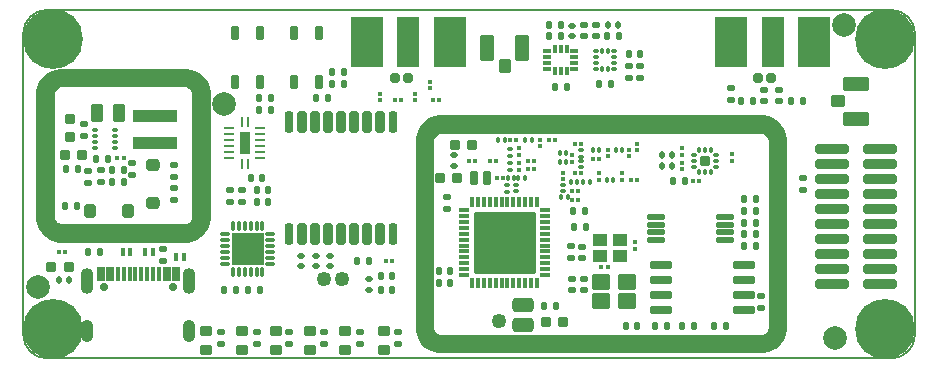
<source format=gts>
G04*
G04 #@! TF.GenerationSoftware,Altium Limited,Altium Designer,23.0.1 (38)*
G04*
G04 Layer_Color=8388736*
%FSLAX25Y25*%
%MOIN*%
G70*
G04*
G04 #@! TF.SameCoordinates,19342238-8E0C-4B0D-84B5-E67248FCF62E*
G04*
G04*
G04 #@! TF.FilePolarity,Negative*
G04*
G01*
G75*
%ADD12C,0.00600*%
G04:AMPARAMS|DCode=68|XSize=42.37mil|YSize=44.34mil|CornerRadius=5.44mil|HoleSize=0mil|Usage=FLASHONLY|Rotation=270.000|XOffset=0mil|YOffset=0mil|HoleType=Round|Shape=RoundedRectangle|*
%AMROUNDEDRECTD68*
21,1,0.04237,0.03347,0,0,270.0*
21,1,0.03150,0.04434,0,0,270.0*
1,1,0.01087,-0.01673,-0.01575*
1,1,0.01087,-0.01673,0.01575*
1,1,0.01087,0.01673,0.01575*
1,1,0.01087,0.01673,-0.01575*
%
%ADD68ROUNDEDRECTD68*%
G04:AMPARAMS|DCode=69|XSize=44.34mil|YSize=89.61mil|CornerRadius=5.63mil|HoleSize=0mil|Usage=FLASHONLY|Rotation=270.000|XOffset=0mil|YOffset=0mil|HoleType=Round|Shape=RoundedRectangle|*
%AMROUNDEDRECTD69*
21,1,0.04434,0.07835,0,0,270.0*
21,1,0.03307,0.08961,0,0,270.0*
1,1,0.01127,-0.03917,-0.01654*
1,1,0.01127,-0.03917,0.01654*
1,1,0.01127,0.03917,0.01654*
1,1,0.01127,0.03917,-0.01654*
%
%ADD69ROUNDEDRECTD69*%
G04:AMPARAMS|DCode=70|XSize=26.38mil|YSize=22.44mil|CornerRadius=6.3mil|HoleSize=0mil|Usage=FLASHONLY|Rotation=90.000|XOffset=0mil|YOffset=0mil|HoleType=Round|Shape=RoundedRectangle|*
%AMROUNDEDRECTD70*
21,1,0.02638,0.00984,0,0,90.0*
21,1,0.01378,0.02244,0,0,90.0*
1,1,0.01260,0.00492,0.00689*
1,1,0.01260,0.00492,-0.00689*
1,1,0.01260,-0.00492,-0.00689*
1,1,0.01260,-0.00492,0.00689*
%
%ADD70ROUNDEDRECTD70*%
G04:AMPARAMS|DCode=71|XSize=26.38mil|YSize=22.44mil|CornerRadius=6.3mil|HoleSize=0mil|Usage=FLASHONLY|Rotation=0.000|XOffset=0mil|YOffset=0mil|HoleType=Round|Shape=RoundedRectangle|*
%AMROUNDEDRECTD71*
21,1,0.02638,0.00984,0,0,0.0*
21,1,0.01378,0.02244,0,0,0.0*
1,1,0.01260,0.00689,-0.00492*
1,1,0.01260,-0.00689,-0.00492*
1,1,0.01260,-0.00689,0.00492*
1,1,0.01260,0.00689,0.00492*
%
%ADD71ROUNDEDRECTD71*%
G04:AMPARAMS|DCode=72|XSize=14.57mil|YSize=18.5mil|CornerRadius=4.33mil|HoleSize=0mil|Usage=FLASHONLY|Rotation=90.000|XOffset=0mil|YOffset=0mil|HoleType=Round|Shape=RoundedRectangle|*
%AMROUNDEDRECTD72*
21,1,0.01457,0.00984,0,0,90.0*
21,1,0.00591,0.01850,0,0,90.0*
1,1,0.00866,0.00492,0.00295*
1,1,0.00866,0.00492,-0.00295*
1,1,0.00866,-0.00492,-0.00295*
1,1,0.00866,-0.00492,0.00295*
%
%ADD72ROUNDEDRECTD72*%
G04:AMPARAMS|DCode=73|XSize=14.57mil|YSize=18.5mil|CornerRadius=4.33mil|HoleSize=0mil|Usage=FLASHONLY|Rotation=180.000|XOffset=0mil|YOffset=0mil|HoleType=Round|Shape=RoundedRectangle|*
%AMROUNDEDRECTD73*
21,1,0.01457,0.00984,0,0,180.0*
21,1,0.00591,0.01850,0,0,180.0*
1,1,0.00866,-0.00295,0.00492*
1,1,0.00866,0.00295,0.00492*
1,1,0.00866,0.00295,-0.00492*
1,1,0.00866,-0.00295,-0.00492*
%
%ADD73ROUNDEDRECTD73*%
G04:AMPARAMS|DCode=74|XSize=14.57mil|YSize=16.54mil|CornerRadius=4.33mil|HoleSize=0mil|Usage=FLASHONLY|Rotation=90.000|XOffset=0mil|YOffset=0mil|HoleType=Round|Shape=RoundedRectangle|*
%AMROUNDEDRECTD74*
21,1,0.01457,0.00787,0,0,90.0*
21,1,0.00591,0.01654,0,0,90.0*
1,1,0.00866,0.00394,0.00295*
1,1,0.00866,0.00394,-0.00295*
1,1,0.00866,-0.00394,-0.00295*
1,1,0.00866,-0.00394,0.00295*
%
%ADD74ROUNDEDRECTD74*%
G04:AMPARAMS|DCode=75|XSize=14.57mil|YSize=16.54mil|CornerRadius=4.33mil|HoleSize=0mil|Usage=FLASHONLY|Rotation=0.000|XOffset=0mil|YOffset=0mil|HoleType=Round|Shape=RoundedRectangle|*
%AMROUNDEDRECTD75*
21,1,0.01457,0.00787,0,0,0.0*
21,1,0.00591,0.01654,0,0,0.0*
1,1,0.00866,0.00295,-0.00394*
1,1,0.00866,-0.00295,-0.00394*
1,1,0.00866,-0.00295,0.00394*
1,1,0.00866,0.00295,0.00394*
%
%ADD75ROUNDEDRECTD75*%
G04:AMPARAMS|DCode=76|XSize=26.38mil|YSize=20.47mil|CornerRadius=5.81mil|HoleSize=0mil|Usage=FLASHONLY|Rotation=90.000|XOffset=0mil|YOffset=0mil|HoleType=Round|Shape=RoundedRectangle|*
%AMROUNDEDRECTD76*
21,1,0.02638,0.00886,0,0,90.0*
21,1,0.01476,0.02047,0,0,90.0*
1,1,0.01161,0.00443,0.00738*
1,1,0.01161,0.00443,-0.00738*
1,1,0.01161,-0.00443,-0.00738*
1,1,0.01161,-0.00443,0.00738*
%
%ADD76ROUNDEDRECTD76*%
G04:AMPARAMS|DCode=77|XSize=20.7mil|YSize=13.81mil|CornerRadius=3.95mil|HoleSize=0mil|Usage=FLASHONLY|Rotation=180.000|XOffset=0mil|YOffset=0mil|HoleType=Round|Shape=RoundedRectangle|*
%AMROUNDEDRECTD77*
21,1,0.02070,0.00591,0,0,180.0*
21,1,0.01280,0.01381,0,0,180.0*
1,1,0.00791,-0.00640,0.00295*
1,1,0.00791,0.00640,0.00295*
1,1,0.00791,0.00640,-0.00295*
1,1,0.00791,-0.00640,-0.00295*
%
%ADD77ROUNDEDRECTD77*%
G04:AMPARAMS|DCode=78|XSize=26.38mil|YSize=20.47mil|CornerRadius=5.81mil|HoleSize=0mil|Usage=FLASHONLY|Rotation=0.000|XOffset=0mil|YOffset=0mil|HoleType=Round|Shape=RoundedRectangle|*
%AMROUNDEDRECTD78*
21,1,0.02638,0.00886,0,0,0.0*
21,1,0.01476,0.02047,0,0,0.0*
1,1,0.01161,0.00738,-0.00443*
1,1,0.01161,-0.00738,-0.00443*
1,1,0.01161,-0.00738,0.00443*
1,1,0.01161,0.00738,0.00443*
%
%ADD78ROUNDEDRECTD78*%
G04:AMPARAMS|DCode=79|XSize=35.43mil|YSize=30.32mil|CornerRadius=4.13mil|HoleSize=0mil|Usage=FLASHONLY|Rotation=0.000|XOffset=0mil|YOffset=0mil|HoleType=Round|Shape=RoundedRectangle|*
%AMROUNDEDRECTD79*
21,1,0.03543,0.02205,0,0,0.0*
21,1,0.02717,0.03032,0,0,0.0*
1,1,0.00827,0.01358,-0.01102*
1,1,0.00827,-0.01358,-0.01102*
1,1,0.00827,-0.01358,0.01102*
1,1,0.00827,0.01358,0.01102*
%
%ADD79ROUNDEDRECTD79*%
%ADD80R,0.14867X0.04158*%
G04:AMPARAMS|DCode=81|XSize=59.84mil|YSize=42.13mil|CornerRadius=5.32mil|HoleSize=0mil|Usage=FLASHONLY|Rotation=90.000|XOffset=0mil|YOffset=0mil|HoleType=Round|Shape=RoundedRectangle|*
%AMROUNDEDRECTD81*
21,1,0.05984,0.03150,0,0,90.0*
21,1,0.04921,0.04213,0,0,90.0*
1,1,0.01063,0.01575,0.02461*
1,1,0.01063,0.01575,-0.02461*
1,1,0.01063,-0.01575,-0.02461*
1,1,0.01063,-0.01575,0.02461*
%
%ADD81ROUNDEDRECTD81*%
G04:AMPARAMS|DCode=82|XSize=45.52mil|YSize=39.22mil|CornerRadius=10.56mil|HoleSize=0mil|Usage=FLASHONLY|Rotation=270.000|XOffset=0mil|YOffset=0mil|HoleType=Round|Shape=RoundedRectangle|*
%AMROUNDEDRECTD82*
21,1,0.04552,0.01811,0,0,270.0*
21,1,0.02441,0.03922,0,0,270.0*
1,1,0.02111,-0.00906,-0.01221*
1,1,0.02111,-0.00906,0.01221*
1,1,0.02111,0.00906,0.01221*
1,1,0.02111,0.00906,-0.01221*
%
%ADD82ROUNDEDRECTD82*%
G04:AMPARAMS|DCode=83|XSize=35.43mil|YSize=30.32mil|CornerRadius=4.13mil|HoleSize=0mil|Usage=FLASHONLY|Rotation=90.000|XOffset=0mil|YOffset=0mil|HoleType=Round|Shape=RoundedRectangle|*
%AMROUNDEDRECTD83*
21,1,0.03543,0.02205,0,0,90.0*
21,1,0.02717,0.03032,0,0,90.0*
1,1,0.00827,0.01102,0.01358*
1,1,0.00827,0.01102,-0.01358*
1,1,0.00827,-0.01102,-0.01358*
1,1,0.00827,-0.01102,0.01358*
%
%ADD83ROUNDEDRECTD83*%
G04:AMPARAMS|DCode=84|XSize=45.52mil|YSize=39.22mil|CornerRadius=10.56mil|HoleSize=0mil|Usage=FLASHONLY|Rotation=180.000|XOffset=0mil|YOffset=0mil|HoleType=Round|Shape=RoundedRectangle|*
%AMROUNDEDRECTD84*
21,1,0.04552,0.01811,0,0,180.0*
21,1,0.02441,0.03922,0,0,180.0*
1,1,0.02111,-0.01221,0.00906*
1,1,0.02111,0.01221,0.00906*
1,1,0.02111,0.01221,-0.00906*
1,1,0.02111,-0.01221,-0.00906*
%
%ADD84ROUNDEDRECTD84*%
G04:AMPARAMS|DCode=85|XSize=24.41mil|YSize=20.47mil|CornerRadius=5.81mil|HoleSize=0mil|Usage=FLASHONLY|Rotation=90.000|XOffset=0mil|YOffset=0mil|HoleType=Round|Shape=RoundedRectangle|*
%AMROUNDEDRECTD85*
21,1,0.02441,0.00886,0,0,90.0*
21,1,0.01280,0.02047,0,0,90.0*
1,1,0.01161,0.00443,0.00640*
1,1,0.01161,0.00443,-0.00640*
1,1,0.01161,-0.00443,-0.00640*
1,1,0.01161,-0.00443,0.00640*
%
%ADD85ROUNDEDRECTD85*%
G04:AMPARAMS|DCode=86|XSize=24.65mil|YSize=44.34mil|CornerRadius=2.58mil|HoleSize=0mil|Usage=FLASHONLY|Rotation=0.000|XOffset=0mil|YOffset=0mil|HoleType=Round|Shape=RoundedRectangle|*
%AMROUNDEDRECTD86*
21,1,0.02465,0.03917,0,0,0.0*
21,1,0.01949,0.04434,0,0,0.0*
1,1,0.00517,0.00974,-0.01959*
1,1,0.00517,-0.00974,-0.01959*
1,1,0.00517,-0.00974,0.01959*
1,1,0.00517,0.00974,0.01959*
%
%ADD86ROUNDEDRECTD86*%
G04:AMPARAMS|DCode=87|XSize=24.41mil|YSize=20.47mil|CornerRadius=5.81mil|HoleSize=0mil|Usage=FLASHONLY|Rotation=180.000|XOffset=0mil|YOffset=0mil|HoleType=Round|Shape=RoundedRectangle|*
%AMROUNDEDRECTD87*
21,1,0.02441,0.00886,0,0,180.0*
21,1,0.01280,0.02047,0,0,180.0*
1,1,0.01161,-0.00640,0.00443*
1,1,0.01161,0.00640,0.00443*
1,1,0.01161,0.00640,-0.00443*
1,1,0.01161,-0.00640,-0.00443*
%
%ADD87ROUNDEDRECTD87*%
G04:AMPARAMS|DCode=88|XSize=18.14mil|YSize=15.78mil|CornerRadius=4.45mil|HoleSize=0mil|Usage=FLASHONLY|Rotation=90.000|XOffset=0mil|YOffset=0mil|HoleType=Round|Shape=RoundedRectangle|*
%AMROUNDEDRECTD88*
21,1,0.01814,0.00689,0,0,90.0*
21,1,0.00925,0.01578,0,0,90.0*
1,1,0.00889,0.00345,0.00463*
1,1,0.00889,0.00345,-0.00463*
1,1,0.00889,-0.00345,-0.00463*
1,1,0.00889,-0.00345,0.00463*
%
%ADD88ROUNDEDRECTD88*%
G04:AMPARAMS|DCode=89|XSize=18.14mil|YSize=15.78mil|CornerRadius=4.45mil|HoleSize=0mil|Usage=FLASHONLY|Rotation=0.000|XOffset=0mil|YOffset=0mil|HoleType=Round|Shape=RoundedRectangle|*
%AMROUNDEDRECTD89*
21,1,0.01814,0.00689,0,0,0.0*
21,1,0.00925,0.01578,0,0,0.0*
1,1,0.00889,0.00463,-0.00345*
1,1,0.00889,-0.00463,-0.00345*
1,1,0.00889,-0.00463,0.00345*
1,1,0.00889,0.00463,0.00345*
%
%ADD89ROUNDEDRECTD89*%
G04:AMPARAMS|DCode=90|XSize=24.64mil|YSize=15.78mil|CornerRadius=2.38mil|HoleSize=0mil|Usage=FLASHONLY|Rotation=180.000|XOffset=0mil|YOffset=0mil|HoleType=Round|Shape=RoundedRectangle|*
%AMROUNDEDRECTD90*
21,1,0.02464,0.01102,0,0,180.0*
21,1,0.01988,0.01578,0,0,180.0*
1,1,0.00476,-0.00994,0.00551*
1,1,0.00476,0.00994,0.00551*
1,1,0.00476,0.00994,-0.00551*
1,1,0.00476,-0.00994,-0.00551*
%
%ADD90ROUNDEDRECTD90*%
G04:AMPARAMS|DCode=91|XSize=24.64mil|YSize=15.78mil|CornerRadius=2.38mil|HoleSize=0mil|Usage=FLASHONLY|Rotation=270.000|XOffset=0mil|YOffset=0mil|HoleType=Round|Shape=RoundedRectangle|*
%AMROUNDEDRECTD91*
21,1,0.02464,0.01102,0,0,270.0*
21,1,0.01988,0.01578,0,0,270.0*
1,1,0.00476,-0.00551,-0.00994*
1,1,0.00476,-0.00551,0.00994*
1,1,0.00476,0.00551,0.00994*
1,1,0.00476,0.00551,-0.00994*
%
%ADD91ROUNDEDRECTD91*%
%ADD92R,0.03743X0.07680*%
%ADD93R,0.01145X0.03743*%
%ADD94R,0.03743X0.01145*%
G04:AMPARAMS|DCode=95|XSize=73.04mil|YSize=28.35mil|CornerRadius=7.78mil|HoleSize=0mil|Usage=FLASHONLY|Rotation=180.000|XOffset=0mil|YOffset=0mil|HoleType=Round|Shape=RoundedRectangle|*
%AMROUNDEDRECTD95*
21,1,0.07304,0.01280,0,0,180.0*
21,1,0.05749,0.02835,0,0,180.0*
1,1,0.01555,-0.02874,0.00640*
1,1,0.01555,0.02874,0.00640*
1,1,0.01555,0.02874,-0.00640*
1,1,0.01555,-0.02874,-0.00640*
%
%ADD95ROUNDEDRECTD95*%
G04:AMPARAMS|DCode=96|XSize=60.07mil|YSize=19.72mil|CornerRadius=5.43mil|HoleSize=0mil|Usage=FLASHONLY|Rotation=0.000|XOffset=0mil|YOffset=0mil|HoleType=Round|Shape=RoundedRectangle|*
%AMROUNDEDRECTD96*
21,1,0.06007,0.00886,0,0,0.0*
21,1,0.04921,0.01972,0,0,0.0*
1,1,0.01086,0.02461,-0.00443*
1,1,0.01086,-0.02461,-0.00443*
1,1,0.01086,-0.02461,0.00443*
1,1,0.01086,0.02461,0.00443*
%
%ADD96ROUNDEDRECTD96*%
G04:AMPARAMS|DCode=97|XSize=32.13mil|YSize=112.84mil|CornerRadius=8.78mil|HoleSize=0mil|Usage=FLASHONLY|Rotation=270.000|XOffset=0mil|YOffset=0mil|HoleType=Round|Shape=RoundedRectangle|*
%AMROUNDEDRECTD97*
21,1,0.03213,0.09528,0,0,270.0*
21,1,0.01457,0.11284,0,0,270.0*
1,1,0.01757,-0.04764,-0.00728*
1,1,0.01757,-0.04764,0.00728*
1,1,0.01757,0.04764,0.00728*
1,1,0.01757,0.04764,-0.00728*
%
%ADD97ROUNDEDRECTD97*%
%ADD98O,0.01284X0.03450*%
%ADD99O,0.03450X0.01284*%
%ADD100R,0.10733X0.10733*%
G04:AMPARAMS|DCode=101|XSize=15.78mil|YSize=25.62mil|CornerRadius=2.38mil|HoleSize=0mil|Usage=FLASHONLY|Rotation=180.000|XOffset=0mil|YOffset=0mil|HoleType=Round|Shape=RoundedRectangle|*
%AMROUNDEDRECTD101*
21,1,0.01578,0.02087,0,0,180.0*
21,1,0.01102,0.02562,0,0,180.0*
1,1,0.00476,-0.00551,0.01043*
1,1,0.00476,0.00551,0.01043*
1,1,0.00476,0.00551,-0.01043*
1,1,0.00476,-0.00551,-0.01043*
%
%ADD101ROUNDEDRECTD101*%
G04:AMPARAMS|DCode=102|XSize=34.89mil|YSize=39.61mil|CornerRadius=6.28mil|HoleSize=0mil|Usage=FLASHONLY|Rotation=90.000|XOffset=0mil|YOffset=0mil|HoleType=Round|Shape=RoundedRectangle|*
%AMROUNDEDRECTD102*
21,1,0.03489,0.02705,0,0,90.0*
21,1,0.02232,0.03961,0,0,90.0*
1,1,0.01257,0.01352,0.01116*
1,1,0.01257,0.01352,-0.01116*
1,1,0.01257,-0.01352,-0.01116*
1,1,0.01257,-0.01352,0.01116*
%
%ADD102ROUNDEDRECTD102*%
%ADD103R,0.02662X0.04788*%
%ADD104R,0.01481X0.04788*%
G04:AMPARAMS|DCode=105|XSize=20.87mil|YSize=10.63mil|CornerRadius=4.53mil|HoleSize=0mil|Usage=FLASHONLY|Rotation=270.000|XOffset=0mil|YOffset=0mil|HoleType=Round|Shape=RoundedRectangle|*
%AMROUNDEDRECTD105*
21,1,0.02087,0.00158,0,0,270.0*
21,1,0.01181,0.01063,0,0,270.0*
1,1,0.00906,-0.00079,-0.00591*
1,1,0.00906,-0.00079,0.00591*
1,1,0.00906,0.00079,0.00591*
1,1,0.00906,0.00079,-0.00591*
%
%ADD105ROUNDEDRECTD105*%
G04:AMPARAMS|DCode=106|XSize=20.87mil|YSize=10.63mil|CornerRadius=4.53mil|HoleSize=0mil|Usage=FLASHONLY|Rotation=0.000|XOffset=0mil|YOffset=0mil|HoleType=Round|Shape=RoundedRectangle|*
%AMROUNDEDRECTD106*
21,1,0.02087,0.00158,0,0,0.0*
21,1,0.01181,0.01063,0,0,0.0*
1,1,0.00906,0.00591,-0.00079*
1,1,0.00906,-0.00591,-0.00079*
1,1,0.00906,-0.00591,0.00079*
1,1,0.00906,0.00591,0.00079*
%
%ADD106ROUNDEDRECTD106*%
G04:AMPARAMS|DCode=107|XSize=34.25mil|YSize=34.25mil|CornerRadius=4.53mil|HoleSize=0mil|Usage=FLASHONLY|Rotation=0.000|XOffset=0mil|YOffset=0mil|HoleType=Round|Shape=RoundedRectangle|*
%AMROUNDEDRECTD107*
21,1,0.03425,0.02520,0,0,0.0*
21,1,0.02520,0.03425,0,0,0.0*
1,1,0.00906,0.01260,-0.01260*
1,1,0.00906,-0.01260,-0.01260*
1,1,0.00906,-0.01260,0.01260*
1,1,0.00906,0.01260,0.01260*
%
%ADD107ROUNDEDRECTD107*%
G04:AMPARAMS|DCode=108|XSize=30.56mil|YSize=30.56mil|CornerRadius=4.26mil|HoleSize=0mil|Usage=FLASHONLY|Rotation=180.000|XOffset=0mil|YOffset=0mil|HoleType=Round|Shape=RoundedRectangle|*
%AMROUNDEDRECTD108*
21,1,0.03056,0.02205,0,0,180.0*
21,1,0.02205,0.03056,0,0,180.0*
1,1,0.00851,-0.01102,0.01102*
1,1,0.00851,0.01102,0.01102*
1,1,0.00851,0.01102,-0.01102*
1,1,0.00851,-0.01102,-0.01102*
%
%ADD108ROUNDEDRECTD108*%
G04:AMPARAMS|DCode=109|XSize=35.46mil|YSize=13.81mil|CornerRadius=3.95mil|HoleSize=0mil|Usage=FLASHONLY|Rotation=270.000|XOffset=0mil|YOffset=0mil|HoleType=Round|Shape=RoundedRectangle|*
%AMROUNDEDRECTD109*
21,1,0.03546,0.00591,0,0,270.0*
21,1,0.02756,0.01381,0,0,270.0*
1,1,0.00791,-0.00295,-0.01378*
1,1,0.00791,-0.00295,0.01378*
1,1,0.00791,0.00295,0.01378*
1,1,0.00791,0.00295,-0.01378*
%
%ADD109ROUNDEDRECTD109*%
G04:AMPARAMS|DCode=110|XSize=35.46mil|YSize=13.81mil|CornerRadius=3.95mil|HoleSize=0mil|Usage=FLASHONLY|Rotation=0.000|XOffset=0mil|YOffset=0mil|HoleType=Round|Shape=RoundedRectangle|*
%AMROUNDEDRECTD110*
21,1,0.03546,0.00591,0,0,0.0*
21,1,0.02756,0.01381,0,0,0.0*
1,1,0.00791,0.01378,-0.00295*
1,1,0.00791,-0.01378,-0.00295*
1,1,0.00791,-0.01378,0.00295*
1,1,0.00791,0.01378,0.00295*
%
%ADD110ROUNDEDRECTD110*%
G04:AMPARAMS|DCode=111|XSize=208.69mil|YSize=208.69mil|CornerRadius=11.34mil|HoleSize=0mil|Usage=FLASHONLY|Rotation=0.000|XOffset=0mil|YOffset=0mil|HoleType=Round|Shape=RoundedRectangle|*
%AMROUNDEDRECTD111*
21,1,0.20869,0.18602,0,0,0.0*
21,1,0.18602,0.20869,0,0,0.0*
1,1,0.02267,0.09301,-0.09301*
1,1,0.02267,-0.09301,-0.09301*
1,1,0.02267,-0.09301,0.09301*
1,1,0.02267,0.09301,0.09301*
%
%ADD111ROUNDEDRECTD111*%
%ADD112C,0.04937*%
G04:AMPARAMS|DCode=113|XSize=70.9mil|YSize=47.28mil|CornerRadius=12.32mil|HoleSize=0mil|Usage=FLASHONLY|Rotation=0.000|XOffset=0mil|YOffset=0mil|HoleType=Round|Shape=RoundedRectangle|*
%AMROUNDEDRECTD113*
21,1,0.07090,0.02264,0,0,0.0*
21,1,0.04626,0.04728,0,0,0.0*
1,1,0.02464,0.02313,-0.01132*
1,1,0.02464,-0.02313,-0.01132*
1,1,0.02464,-0.02313,0.01132*
1,1,0.02464,0.02313,0.01132*
%
%ADD113ROUNDEDRECTD113*%
G04:AMPARAMS|DCode=114|XSize=41.37mil|YSize=49.24mil|CornerRadius=2.97mil|HoleSize=0mil|Usage=FLASHONLY|Rotation=90.000|XOffset=0mil|YOffset=0mil|HoleType=Round|Shape=RoundedRectangle|*
%AMROUNDEDRECTD114*
21,1,0.04137,0.04331,0,0,90.0*
21,1,0.03543,0.04924,0,0,90.0*
1,1,0.00594,0.02165,0.01772*
1,1,0.00594,0.02165,-0.01772*
1,1,0.00594,-0.02165,-0.01772*
1,1,0.00594,-0.02165,0.01772*
%
%ADD114ROUNDEDRECTD114*%
G04:AMPARAMS|DCode=115|XSize=58.12mil|YSize=50.24mil|CornerRadius=3.86mil|HoleSize=0mil|Usage=FLASHONLY|Rotation=0.000|XOffset=0mil|YOffset=0mil|HoleType=Round|Shape=RoundedRectangle|*
%AMROUNDEDRECTD115*
21,1,0.05812,0.04252,0,0,0.0*
21,1,0.05039,0.05024,0,0,0.0*
1,1,0.00772,0.02520,-0.02126*
1,1,0.00772,-0.02520,-0.02126*
1,1,0.00772,-0.02520,0.02126*
1,1,0.00772,0.02520,0.02126*
%
%ADD115ROUNDEDRECTD115*%
G04:AMPARAMS|DCode=116|XSize=44.34mil|YSize=89.61mil|CornerRadius=5.63mil|HoleSize=0mil|Usage=FLASHONLY|Rotation=0.000|XOffset=0mil|YOffset=0mil|HoleType=Round|Shape=RoundedRectangle|*
%AMROUNDEDRECTD116*
21,1,0.04434,0.07835,0,0,0.0*
21,1,0.03307,0.08961,0,0,0.0*
1,1,0.01127,0.01654,-0.03917*
1,1,0.01127,-0.01654,-0.03917*
1,1,0.01127,-0.01654,0.03917*
1,1,0.01127,0.01654,0.03917*
%
%ADD116ROUNDEDRECTD116*%
G04:AMPARAMS|DCode=117|XSize=42.37mil|YSize=44.34mil|CornerRadius=5.44mil|HoleSize=0mil|Usage=FLASHONLY|Rotation=0.000|XOffset=0mil|YOffset=0mil|HoleType=Round|Shape=RoundedRectangle|*
%AMROUNDEDRECTD117*
21,1,0.04237,0.03347,0,0,0.0*
21,1,0.03150,0.04434,0,0,0.0*
1,1,0.01087,0.01575,-0.01673*
1,1,0.01087,-0.01575,-0.01673*
1,1,0.01087,-0.01575,0.01673*
1,1,0.01087,0.01575,0.01673*
%
%ADD117ROUNDEDRECTD117*%
G04:AMPARAMS|DCode=118|XSize=72.87mil|YSize=29.56mil|CornerRadius=10.65mil|HoleSize=0mil|Usage=FLASHONLY|Rotation=270.000|XOffset=0mil|YOffset=0mil|HoleType=Round|Shape=RoundedRectangle|*
%AMROUNDEDRECTD118*
21,1,0.07287,0.00827,0,0,270.0*
21,1,0.05158,0.02956,0,0,270.0*
1,1,0.02129,-0.00413,-0.02579*
1,1,0.02129,-0.00413,0.02579*
1,1,0.02129,0.00413,0.02579*
1,1,0.02129,0.00413,-0.02579*
%
%ADD118ROUNDEDRECTD118*%
G04:AMPARAMS|DCode=119|XSize=72.87mil|YSize=33.5mil|CornerRadius=12.03mil|HoleSize=0mil|Usage=FLASHONLY|Rotation=270.000|XOffset=0mil|YOffset=0mil|HoleType=Round|Shape=RoundedRectangle|*
%AMROUNDEDRECTD119*
21,1,0.07287,0.00945,0,0,270.0*
21,1,0.04882,0.03350,0,0,270.0*
1,1,0.02405,-0.00472,-0.02441*
1,1,0.02405,-0.00472,0.02441*
1,1,0.02405,0.00472,0.02441*
1,1,0.02405,0.00472,-0.02441*
%
%ADD119ROUNDEDRECTD119*%
G04:AMPARAMS|DCode=120|XSize=44.34mil|YSize=28.59mil|CornerRadius=4.06mil|HoleSize=0mil|Usage=FLASHONLY|Rotation=270.000|XOffset=0mil|YOffset=0mil|HoleType=Round|Shape=RoundedRectangle|*
%AMROUNDEDRECTD120*
21,1,0.04434,0.02047,0,0,270.0*
21,1,0.03622,0.02859,0,0,270.0*
1,1,0.00812,-0.01024,-0.01811*
1,1,0.00812,-0.01024,0.01811*
1,1,0.00812,0.01024,0.01811*
1,1,0.00812,0.01024,-0.01811*
%
%ADD120ROUNDEDRECTD120*%
%ADD121C,0.07874*%
%ADD122R,0.10792X0.16796*%
%ADD123R,0.07308X0.16796*%
%ADD124C,0.06206*%
%ADD125C,0.19985*%
%ADD126O,0.04237X0.07387*%
%ADD127O,0.04237X0.08568*%
%ADD128C,0.02859*%
G36*
X988727Y708008D02*
X990401Y707675D01*
X990409Y707672D01*
X990429Y707666D01*
X992005Y707013D01*
X992031Y706999D01*
X993450Y706051D01*
X993473Y706033D01*
X994679Y704826D01*
X994698Y704804D01*
X995646Y703385D01*
X995660Y703359D01*
X996313Y701783D01*
X996321Y701754D01*
X996654Y700081D01*
X996657Y700051D01*
Y699198D01*
Y658647D01*
Y657794D01*
X996654Y657765D01*
X996321Y656091D01*
X996319Y656083D01*
X996313Y656063D01*
X995660Y654487D01*
X995646Y654461D01*
X994698Y653042D01*
X994679Y653019D01*
X993473Y651813D01*
X993450Y651794D01*
X992031Y650846D01*
X992005Y650832D01*
X990429Y650179D01*
X990401Y650171D01*
X988727Y649838D01*
X988698Y649835D01*
X947294D01*
X946441Y649835D01*
X946411Y649838D01*
X944738Y650171D01*
X944710Y650179D01*
X943133Y650832D01*
X943107Y650846D01*
X941689Y651794D01*
X941689Y651794D01*
X941666Y651813D01*
X940459Y653019D01*
X940441Y653042D01*
X939493Y654461D01*
X939484Y654478D01*
X939479Y654487D01*
X938826Y656063D01*
X938819Y656085D01*
X938817Y656091D01*
X938484Y657765D01*
X938482Y657794D01*
X938482Y658647D01*
Y658647D01*
X938482Y699198D01*
Y700051D01*
X938484Y700081D01*
X938817Y701754D01*
X938826Y701783D01*
X939479Y703359D01*
X939493Y703385D01*
X940441Y704804D01*
X940459Y704826D01*
X941666Y706033D01*
X941689Y706051D01*
X943107Y706999D01*
X943124Y707009D01*
X943133Y707013D01*
X944710Y707666D01*
X944738Y707675D01*
X946411Y708008D01*
X946441Y708010D01*
X947293Y708010D01*
X947294Y708011D01*
X988698D01*
X988727Y708008D01*
D02*
G37*
G36*
X1180853Y692456D02*
X1182527Y692124D01*
X1182535Y692121D01*
X1182555Y692115D01*
X1184131Y691462D01*
X1184157Y691448D01*
X1185576Y690500D01*
X1185599Y690482D01*
X1186805Y689275D01*
X1186824Y689252D01*
X1187772Y687834D01*
X1187786Y687808D01*
X1188439Y686231D01*
X1188447Y686203D01*
X1188780Y684530D01*
X1188783Y684500D01*
Y683647D01*
Y656679D01*
D01*
Y621836D01*
Y620983D01*
X1188780Y620954D01*
X1188447Y619280D01*
X1188439Y619252D01*
X1187786Y617676D01*
X1187772Y617650D01*
X1186824Y616231D01*
X1186805Y616208D01*
X1185599Y615002D01*
X1185576Y614983D01*
X1184157Y614035D01*
X1184140Y614026D01*
X1184131Y614021D01*
X1182555Y613368D01*
X1182527Y613360D01*
X1180853Y613027D01*
X1180824Y613024D01*
X1179971Y613024D01*
X1179971Y613024D01*
X1073672Y613024D01*
X1072819Y613024D01*
X1072789Y613027D01*
X1071116Y613360D01*
X1071088Y613368D01*
X1069511Y614021D01*
X1069485Y614035D01*
X1068067Y614983D01*
X1068044Y615002D01*
X1066837Y616208D01*
X1066819Y616231D01*
X1065871Y617650D01*
X1065857Y617676D01*
X1065204Y619252D01*
X1065195Y619280D01*
X1064862Y620954D01*
X1064859Y620983D01*
Y620983D01*
D01*
D01*
X1064860Y621836D01*
X1064859Y621836D01*
Y653726D01*
Y656679D01*
D01*
Y683647D01*
Y684500D01*
X1064862Y684530D01*
X1065195Y686203D01*
X1065197Y686210D01*
X1065204Y686231D01*
X1065857Y687808D01*
X1065871Y687834D01*
X1066819Y689252D01*
X1066837Y689275D01*
X1068044Y690482D01*
X1068067Y690500D01*
X1069485Y691448D01*
X1069511Y691462D01*
X1071087Y692115D01*
X1071116Y692124D01*
X1072789Y692456D01*
X1072819Y692459D01*
X1180824D01*
X1180853Y692456D01*
D02*
G37*
%LPC*%
G36*
X987841Y701804D02*
X947297D01*
X947042Y701791D01*
X946538Y701691D01*
X946066Y701495D01*
X945641Y701212D01*
X945280Y700851D01*
X944997Y700426D01*
X944801Y699954D01*
X944701Y699450D01*
X944689Y699195D01*
Y658651D01*
X944701Y658396D01*
X944801Y657891D01*
X944997Y657419D01*
X945280Y656995D01*
X945641Y656634D01*
X946066Y656350D01*
X946538Y656155D01*
X947042Y656055D01*
X947297Y656042D01*
X987841D01*
X988097Y656055D01*
X988601Y656155D01*
X989073Y656350D01*
X989497Y656634D01*
X989858Y656995D01*
X990142Y657419D01*
X990337Y657891D01*
X990438Y658396D01*
X990450Y658651D01*
Y699195D01*
X990438Y699450D01*
X990337Y699954D01*
X990142Y700426D01*
X989858Y700851D01*
X989497Y701212D01*
X989073Y701495D01*
X988601Y701691D01*
X988097Y701791D01*
X987841Y701804D01*
D02*
G37*
G36*
X1179967Y686252D02*
X1073675D01*
X1073420Y686240D01*
X1072916Y686139D01*
X1072444Y685944D01*
X1072019Y685661D01*
X1071658Y685299D01*
X1071375Y684875D01*
X1071179Y684403D01*
X1071079Y683899D01*
X1071066Y683643D01*
Y656679D01*
D01*
Y621840D01*
X1071079Y621585D01*
X1071179Y621080D01*
X1071375Y620609D01*
X1071658Y620184D01*
X1072019Y619823D01*
X1072444Y619539D01*
X1072916Y619344D01*
X1073420Y619244D01*
X1073675Y619231D01*
X1179967D01*
X1180223Y619244D01*
X1180727Y619344D01*
X1181199Y619539D01*
X1181623Y619823D01*
X1181984Y620184D01*
X1182268Y620609D01*
X1182463Y621080D01*
X1182563Y621585D01*
X1182576Y621840D01*
Y653726D01*
Y656679D01*
D01*
Y683643D01*
X1182563Y683899D01*
X1182463Y684403D01*
X1182268Y684875D01*
X1181984Y685299D01*
X1181623Y685661D01*
X1181199Y685944D01*
X1180727Y686139D01*
X1180223Y686240D01*
X1179967Y686252D01*
D02*
G37*
%LPD*%
D12*
X1223475Y611403D02*
G03*
X1231349Y619277I0J7874D01*
G01*
Y719671D02*
G03*
X1223475Y727545I-7874J0D01*
G01*
X941979D02*
G03*
X934105Y719671I0J-7874D01*
G01*
Y619277D02*
G03*
X941979Y611403I7874J0D01*
G01*
X1231349Y619277D02*
Y719671D01*
X941979Y727545D02*
X1223475D01*
X941979Y611403D02*
X1223475D01*
X934105Y619277D02*
Y719671D01*
D68*
X1205758Y697033D02*
D03*
D69*
X1211762Y702840D02*
D03*
Y691226D02*
D03*
D70*
X1173278Y697033D02*
D03*
X1177215D02*
D03*
X1132628Y718686D02*
D03*
X1128691D02*
D03*
X1113239Y718687D02*
D03*
X1109302D02*
D03*
X1135876Y712781D02*
D03*
X1139813D02*
D03*
X1049262Y643884D02*
D03*
X1045325D02*
D03*
X1053199Y634041D02*
D03*
X1057136D02*
D03*
X1053199Y638962D02*
D03*
X1057136D02*
D03*
X1174262Y660616D02*
D03*
X1178199D02*
D03*
X1144735Y622230D02*
D03*
X1148672D02*
D03*
X1037057Y706876D02*
D03*
X1040994D02*
D03*
X1117490Y660575D02*
D03*
X1121427D02*
D03*
X1154577Y670458D02*
D03*
X1150640D02*
D03*
X1190010Y697033D02*
D03*
X1193947D02*
D03*
X1076520Y640476D02*
D03*
X1072583D02*
D03*
X1107679Y628859D02*
D03*
X1111616D02*
D03*
X1157530Y622230D02*
D03*
X1153593D02*
D03*
X1011861Y667506D02*
D03*
X1015798D02*
D03*
X1011861Y663568D02*
D03*
X1015798D02*
D03*
X948312Y674591D02*
D03*
X952249D02*
D03*
X1016782Y694080D02*
D03*
X1012845D02*
D03*
X951906Y662345D02*
D03*
X947969D02*
D03*
X1129932Y702939D02*
D03*
X1125994D02*
D03*
X1012845Y698017D02*
D03*
X1016782D02*
D03*
X1164420Y622230D02*
D03*
X1168357D02*
D03*
X1138829D02*
D03*
X1134892D02*
D03*
X1174262Y664553D02*
D03*
X1178199D02*
D03*
X1004971Y634041D02*
D03*
X1001034D02*
D03*
X1009892Y671443D02*
D03*
X1013829D02*
D03*
X1113239Y722624D02*
D03*
X1109302D02*
D03*
X1076518Y636562D02*
D03*
X1072581D02*
D03*
D71*
X1181152Y700970D02*
D03*
Y697033D02*
D03*
X1169932Y701364D02*
D03*
Y697427D02*
D03*
X1121113Y722624D02*
D03*
Y718687D02*
D03*
X1135876Y708844D02*
D03*
Y704907D02*
D03*
X1125050Y722624D02*
D03*
Y718687D02*
D03*
X1117176Y637978D02*
D03*
Y634041D02*
D03*
X1120390Y648663D02*
D03*
Y644726D02*
D03*
X1116571Y648847D02*
D03*
Y644910D02*
D03*
X1075509Y661337D02*
D03*
Y665274D02*
D03*
X1186073Y697033D02*
D03*
Y700970D02*
D03*
X984382Y664121D02*
D03*
Y668058D02*
D03*
X954387Y689428D02*
D03*
Y685491D02*
D03*
X984382Y671995D02*
D03*
Y675932D02*
D03*
X1139813Y704907D02*
D03*
Y708844D02*
D03*
X1121113Y634041D02*
D03*
Y637978D02*
D03*
D72*
X1095193Y669193D02*
D03*
Y666988D02*
D03*
X1098371Y669227D02*
D03*
Y667022D02*
D03*
X1096388Y676482D02*
D03*
Y674277D02*
D03*
Y681219D02*
D03*
Y679014D02*
D03*
X1120121Y680843D02*
D03*
Y678639D02*
D03*
Y677275D02*
D03*
Y675070D02*
D03*
X1113975Y669282D02*
D03*
Y667077D02*
D03*
D73*
X1092517Y684238D02*
D03*
X1094722D02*
D03*
X1103580D02*
D03*
X1101376D02*
D03*
X1095588Y671443D02*
D03*
X1097793D02*
D03*
X1099157D02*
D03*
X1101361D02*
D03*
X1126144Y680909D02*
D03*
X1123940D02*
D03*
X1115133Y679925D02*
D03*
X1112928D02*
D03*
X1133834Y680909D02*
D03*
X1131629D02*
D03*
X1115133Y676972D02*
D03*
X1112928D02*
D03*
X1118830Y670148D02*
D03*
X1116625D02*
D03*
X1130759Y671014D02*
D03*
X1128555D02*
D03*
X1122885Y670148D02*
D03*
X1120681D02*
D03*
X1113365Y665052D02*
D03*
X1115569D02*
D03*
D74*
X1064841Y699633D02*
D03*
Y697468D02*
D03*
X1053030Y699633D02*
D03*
Y697468D02*
D03*
X1137875Y650172D02*
D03*
Y648006D02*
D03*
X1069763Y701444D02*
D03*
Y703531D02*
D03*
X1106231Y684238D02*
D03*
Y682151D02*
D03*
X1099341Y681403D02*
D03*
Y679317D02*
D03*
Y676364D02*
D03*
Y674277D02*
D03*
X1133778Y673101D02*
D03*
Y671014D02*
D03*
X1125904Y673042D02*
D03*
Y670955D02*
D03*
X1113975Y673219D02*
D03*
Y671132D02*
D03*
X1170325Y679435D02*
D03*
Y677348D02*
D03*
X1138821Y682996D02*
D03*
Y680909D02*
D03*
X1117168Y676972D02*
D03*
Y679059D02*
D03*
X1135869Y678823D02*
D03*
Y680909D02*
D03*
X1128979D02*
D03*
Y678823D02*
D03*
X1153593Y676482D02*
D03*
Y674395D02*
D03*
Y679317D02*
D03*
Y681403D02*
D03*
D75*
X1072833Y697422D02*
D03*
X1070667D02*
D03*
X1126721Y641716D02*
D03*
X1128887D02*
D03*
X1055031Y643902D02*
D03*
X1057118D02*
D03*
X1058061Y697422D02*
D03*
X1060148D02*
D03*
X1091644Y677348D02*
D03*
X1089557D02*
D03*
X1082668D02*
D03*
X1084754D02*
D03*
X965483Y678054D02*
D03*
X967569D02*
D03*
X945916Y646836D02*
D03*
X948002D02*
D03*
X1091898Y671411D02*
D03*
X1093985D02*
D03*
X1098357Y684238D02*
D03*
X1096270D02*
D03*
X1111329Y684238D02*
D03*
X1109243D02*
D03*
X1104380Y677348D02*
D03*
X1102294D02*
D03*
X1104380Y674395D02*
D03*
X1102294D02*
D03*
X1123999Y677957D02*
D03*
X1126085D02*
D03*
X1117046Y664124D02*
D03*
X1119133D02*
D03*
X1119014Y667195D02*
D03*
X1116928D02*
D03*
X1138818Y671014D02*
D03*
X1136731D02*
D03*
X1157412Y670458D02*
D03*
X1159498D02*
D03*
X1120121Y673035D02*
D03*
X1118034D02*
D03*
X1120121Y682878D02*
D03*
X1118034D02*
D03*
D76*
X958436Y677731D02*
D03*
X962436D02*
D03*
X963580Y670188D02*
D03*
X967580D02*
D03*
X963659Y674250D02*
D03*
X967659D02*
D03*
X955727Y646836D02*
D03*
X959727D02*
D03*
X1111207Y701954D02*
D03*
X1115207D02*
D03*
X1178262Y656679D02*
D03*
X1174262D02*
D03*
X1178262Y652742D02*
D03*
X1174262D02*
D03*
X1178199Y648805D02*
D03*
X1174199D02*
D03*
X1008876Y634041D02*
D03*
X1012876D02*
D03*
X1117623Y655212D02*
D03*
X1121623D02*
D03*
X1041057Y702939D02*
D03*
X1037057D02*
D03*
X1035546Y698017D02*
D03*
X1031546D02*
D03*
D77*
X964631Y681509D02*
D03*
Y683477D02*
D03*
Y685446D02*
D03*
Y687415D02*
D03*
X958033D02*
D03*
Y685446D02*
D03*
Y683477D02*
D03*
Y681509D02*
D03*
D78*
X970522Y672395D02*
D03*
Y676395D02*
D03*
X955761Y669977D02*
D03*
Y673977D02*
D03*
X960058Y670049D02*
D03*
Y674049D02*
D03*
X980734Y647775D02*
D03*
Y643775D02*
D03*
X1180168Y632104D02*
D03*
Y628104D02*
D03*
X1193947Y671474D02*
D03*
Y667474D02*
D03*
X1006939Y663537D02*
D03*
Y667537D02*
D03*
X1003002D02*
D03*
Y663537D02*
D03*
X1000050Y620293D02*
D03*
Y616293D02*
D03*
X1011861Y620293D02*
D03*
Y616293D02*
D03*
X1022687Y620261D02*
D03*
Y616261D02*
D03*
X1059105Y620293D02*
D03*
Y616293D02*
D03*
X1046309D02*
D03*
Y620293D02*
D03*
X1034498D02*
D03*
Y616293D02*
D03*
D79*
X949748Y691254D02*
D03*
Y685348D02*
D03*
D80*
X977893Y683018D02*
D03*
Y692348D02*
D03*
D81*
X958728Y693328D02*
D03*
X966128D02*
D03*
D82*
X956349Y660616D02*
D03*
X968947D02*
D03*
D83*
X947884Y679317D02*
D03*
X953790D02*
D03*
X943382Y641902D02*
D03*
X949288D02*
D03*
X1072884Y671443D02*
D03*
X1078790D02*
D03*
X1083766Y682604D02*
D03*
X1077861D02*
D03*
X1114123Y623655D02*
D03*
X1108217D02*
D03*
D84*
X977308Y675946D02*
D03*
Y663348D02*
D03*
D85*
X946002Y637499D02*
D03*
X949349D02*
D03*
X1132333Y722624D02*
D03*
X1128987D02*
D03*
X1150345Y679316D02*
D03*
X1146998D02*
D03*
X1150345Y675379D02*
D03*
X1146998D02*
D03*
D86*
X1088829Y671443D02*
D03*
X1084498D02*
D03*
D87*
X1077805Y675675D02*
D03*
Y679022D02*
D03*
X1117176Y718982D02*
D03*
Y722328D02*
D03*
X1026625Y645556D02*
D03*
Y642210D02*
D03*
X1031546Y645556D02*
D03*
Y642210D02*
D03*
X1036467Y645556D02*
D03*
Y642210D02*
D03*
X1049262Y634337D02*
D03*
Y637683D02*
D03*
D88*
X1128947Y707821D02*
D03*
X1126979D02*
D03*
X1128947Y713805D02*
D03*
X1126979D02*
D03*
D89*
X1130955Y707860D02*
D03*
Y709828D02*
D03*
Y711797D02*
D03*
Y713765D02*
D03*
X1124971Y707860D02*
D03*
Y709828D02*
D03*
Y711797D02*
D03*
Y713765D02*
D03*
D90*
X1117817Y707860D02*
D03*
Y709828D02*
D03*
Y711797D02*
D03*
Y713765D02*
D03*
X1108660D02*
D03*
Y711797D02*
D03*
Y709828D02*
D03*
Y707860D02*
D03*
D91*
X1115207Y714403D02*
D03*
X1113239D02*
D03*
X1111270D02*
D03*
Y707222D02*
D03*
X1113239D02*
D03*
X1115207D02*
D03*
D92*
X1007924Y683253D02*
D03*
D93*
X1008908Y690340D02*
D03*
Y676167D02*
D03*
X1006939D02*
D03*
Y690340D02*
D03*
D94*
X1013042Y688175D02*
D03*
Y686206D02*
D03*
Y684238D02*
D03*
Y682269D02*
D03*
Y680301D02*
D03*
Y678332D02*
D03*
X1002806D02*
D03*
Y680301D02*
D03*
Y682269D02*
D03*
Y684238D02*
D03*
Y686206D02*
D03*
Y688175D02*
D03*
D95*
X1174389Y627525D02*
D03*
Y632525D02*
D03*
Y637525D02*
D03*
Y642525D02*
D03*
X1146577D02*
D03*
Y637525D02*
D03*
Y632525D02*
D03*
Y627525D02*
D03*
D96*
X1144979Y658549D02*
D03*
Y655990D02*
D03*
Y653431D02*
D03*
Y650872D02*
D03*
X1168113D02*
D03*
Y653431D02*
D03*
Y655990D02*
D03*
Y658549D02*
D03*
D97*
X1219676Y636147D02*
D03*
X1203652D02*
D03*
X1219676Y641147D02*
D03*
X1203652D02*
D03*
X1219676Y646147D02*
D03*
X1203652D02*
D03*
X1219676Y651147D02*
D03*
X1203652D02*
D03*
X1219676Y656147D02*
D03*
X1203652D02*
D03*
X1219676Y661147D02*
D03*
X1203652D02*
D03*
X1219676Y666147D02*
D03*
X1203652D02*
D03*
X1219676Y671147D02*
D03*
X1203652D02*
D03*
X1219676Y676147D02*
D03*
X1203652D02*
D03*
X1219676Y681147D02*
D03*
X1203652D02*
D03*
D98*
X1013829Y655399D02*
D03*
X1011861D02*
D03*
X1009892D02*
D03*
X1007924D02*
D03*
X1005955D02*
D03*
X1003987D02*
D03*
Y640242D02*
D03*
X1005955D02*
D03*
X1007924D02*
D03*
X1009892D02*
D03*
X1011861D02*
D03*
X1013829D02*
D03*
D99*
X1001329Y652742D02*
D03*
Y650773D02*
D03*
Y648805D02*
D03*
Y646836D02*
D03*
Y644868D02*
D03*
Y642899D02*
D03*
X1016487D02*
D03*
Y644868D02*
D03*
Y646836D02*
D03*
Y648805D02*
D03*
Y650773D02*
D03*
Y652742D02*
D03*
D100*
X1008908Y647821D02*
D03*
D101*
X974853Y646836D02*
D03*
X977412D02*
D03*
X969833D02*
D03*
X967274D02*
D03*
X985063Y645114D02*
D03*
X987622D02*
D03*
D102*
X1006939Y620498D02*
D03*
Y614120D02*
D03*
X995128Y620498D02*
D03*
Y614120D02*
D03*
X1018229Y620498D02*
D03*
Y614120D02*
D03*
X1054273Y620498D02*
D03*
Y614120D02*
D03*
X1041388Y620498D02*
D03*
Y614120D02*
D03*
X1029577Y620498D02*
D03*
Y614120D02*
D03*
D103*
X985089Y639376D02*
D03*
X981939D02*
D03*
X963042D02*
D03*
X959892D02*
D03*
D104*
X965601D02*
D03*
X979380D02*
D03*
X967569D02*
D03*
X977412D02*
D03*
X969538D02*
D03*
X975443D02*
D03*
X971506D02*
D03*
X973475D02*
D03*
D105*
X1163435Y680852D02*
D03*
X1161467D02*
D03*
X1159498D02*
D03*
Y673529D02*
D03*
X1161467D02*
D03*
X1163435D02*
D03*
D106*
X1157806Y679159D02*
D03*
Y677191D02*
D03*
Y675222D02*
D03*
X1165128D02*
D03*
Y677191D02*
D03*
Y679159D02*
D03*
D107*
X1161467Y677191D02*
D03*
D108*
X1183506Y704948D02*
D03*
X1179176D02*
D03*
X1058053Y704685D02*
D03*
X1062383D02*
D03*
D109*
X1105365Y663568D02*
D03*
X1103396D02*
D03*
X1101427D02*
D03*
X1099459D02*
D03*
X1097491D02*
D03*
X1095522D02*
D03*
X1093554D02*
D03*
X1091584D02*
D03*
X1089616D02*
D03*
X1087648D02*
D03*
X1085680D02*
D03*
X1083710D02*
D03*
Y636403D02*
D03*
X1085680D02*
D03*
X1087648D02*
D03*
X1089616D02*
D03*
X1091584D02*
D03*
X1093554D02*
D03*
X1095522D02*
D03*
X1097491D02*
D03*
X1099459D02*
D03*
X1101427D02*
D03*
X1103396D02*
D03*
X1105365D02*
D03*
D110*
X1080955Y660813D02*
D03*
Y658844D02*
D03*
Y656876D02*
D03*
Y654907D02*
D03*
Y652939D02*
D03*
Y650970D02*
D03*
Y649002D02*
D03*
Y647032D02*
D03*
Y645064D02*
D03*
Y643095D02*
D03*
Y641127D02*
D03*
Y639158D02*
D03*
X1108121D02*
D03*
Y641127D02*
D03*
Y643095D02*
D03*
Y645064D02*
D03*
Y647032D02*
D03*
Y649002D02*
D03*
Y650970D02*
D03*
Y652939D02*
D03*
Y654907D02*
D03*
Y656876D02*
D03*
Y658844D02*
D03*
Y660813D02*
D03*
D111*
X1094538Y649986D02*
D03*
D112*
X1092811Y624010D02*
D03*
X1034498Y637978D02*
D03*
X1040404D02*
D03*
D113*
X1100789Y622560D02*
D03*
Y629252D02*
D03*
D114*
X1126265Y645668D02*
D03*
X1132958D02*
D03*
Y650786D02*
D03*
X1126265D02*
D03*
D115*
X1126600Y636862D02*
D03*
Y630562D02*
D03*
X1135261D02*
D03*
Y636862D02*
D03*
D116*
X1100345Y714750D02*
D03*
X1088731D02*
D03*
D117*
X1094538Y708746D02*
D03*
D118*
X1022764Y652838D02*
D03*
X1057410D02*
D03*
Y690240D02*
D03*
X1022764D02*
D03*
D119*
X1027095Y652838D02*
D03*
X1031426D02*
D03*
X1035756D02*
D03*
X1040087D02*
D03*
X1044418D02*
D03*
X1048748D02*
D03*
X1053079D02*
D03*
Y690240D02*
D03*
X1048748D02*
D03*
X1044418D02*
D03*
X1040087D02*
D03*
X1035756D02*
D03*
X1031426D02*
D03*
X1027095D02*
D03*
D120*
X1032825Y719966D02*
D03*
Y703628D02*
D03*
X1024361Y719966D02*
D03*
Y703628D02*
D03*
X1004676D02*
D03*
Y719966D02*
D03*
X1013140Y703628D02*
D03*
Y719966D02*
D03*
D121*
X1204774Y618293D02*
D03*
X1207727Y722624D02*
D03*
X939026Y635025D02*
D03*
X1001034Y696049D02*
D03*
D122*
X1076260Y716886D02*
D03*
X1048760D02*
D03*
X1197642Y716886D02*
D03*
X1170142D02*
D03*
D123*
X1062510Y716886D02*
D03*
X1183892Y716886D02*
D03*
D124*
X941585Y678923D02*
D03*
X993554D02*
D03*
D125*
X943947Y717702D02*
D03*
Y621246D02*
D03*
X1221506Y717702D02*
D03*
Y621246D02*
D03*
D126*
X989498Y620675D02*
D03*
X955483D02*
D03*
D127*
X989498Y637132D02*
D03*
X955483D02*
D03*
D128*
X961113Y635163D02*
D03*
X983869D02*
D03*
M02*

</source>
